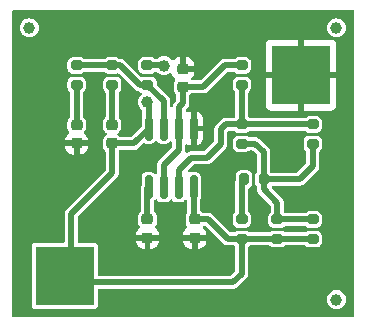
<source format=gbr>
%TF.GenerationSoftware,KiCad,Pcbnew,8.0.3*%
%TF.CreationDate,2025-04-22T23:10:12+03:00*%
%TF.ProjectId,mihai555,6d696861-6935-4353-952e-6b696361645f,rev?*%
%TF.SameCoordinates,Original*%
%TF.FileFunction,Copper,L1,Top*%
%TF.FilePolarity,Positive*%
%FSLAX46Y46*%
G04 Gerber Fmt 4.6, Leading zero omitted, Abs format (unit mm)*
G04 Created by KiCad (PCBNEW 8.0.3) date 2025-04-22 23:10:12*
%MOMM*%
%LPD*%
G01*
G04 APERTURE LIST*
G04 Aperture macros list*
%AMRoundRect*
0 Rectangle with rounded corners*
0 $1 Rounding radius*
0 $2 $3 $4 $5 $6 $7 $8 $9 X,Y pos of 4 corners*
0 Add a 4 corners polygon primitive as box body*
4,1,4,$2,$3,$4,$5,$6,$7,$8,$9,$2,$3,0*
0 Add four circle primitives for the rounded corners*
1,1,$1+$1,$2,$3*
1,1,$1+$1,$4,$5*
1,1,$1+$1,$6,$7*
1,1,$1+$1,$8,$9*
0 Add four rect primitives between the rounded corners*
20,1,$1+$1,$2,$3,$4,$5,0*
20,1,$1+$1,$4,$5,$6,$7,0*
20,1,$1+$1,$6,$7,$8,$9,0*
20,1,$1+$1,$8,$9,$2,$3,0*%
G04 Aperture macros list end*
%TA.AperFunction,SMDPad,CuDef*%
%ADD10RoundRect,0.200000X0.275000X-0.200000X0.275000X0.200000X-0.275000X0.200000X-0.275000X-0.200000X0*%
%TD*%
%TA.AperFunction,SMDPad,CuDef*%
%ADD11C,1.000000*%
%TD*%
%TA.AperFunction,SMDPad,CuDef*%
%ADD12RoundRect,0.200000X-0.275000X0.200000X-0.275000X-0.200000X0.275000X-0.200000X0.275000X0.200000X0*%
%TD*%
%TA.AperFunction,SMDPad,CuDef*%
%ADD13RoundRect,0.225000X0.250000X-0.225000X0.250000X0.225000X-0.250000X0.225000X-0.250000X-0.225000X0*%
%TD*%
%TA.AperFunction,SMDPad,CuDef*%
%ADD14R,5.000000X5.000000*%
%TD*%
%TA.AperFunction,SMDPad,CuDef*%
%ADD15RoundRect,0.150000X-0.150000X0.825000X-0.150000X-0.825000X0.150000X-0.825000X0.150000X0.825000X0*%
%TD*%
%TA.AperFunction,SMDPad,CuDef*%
%ADD16RoundRect,0.200000X-0.200000X-0.275000X0.200000X-0.275000X0.200000X0.275000X-0.200000X0.275000X0*%
%TD*%
%TA.AperFunction,SMDPad,CuDef*%
%ADD17RoundRect,0.218750X-0.256250X0.218750X-0.256250X-0.218750X0.256250X-0.218750X0.256250X0.218750X0*%
%TD*%
%TA.AperFunction,SMDPad,CuDef*%
%ADD18RoundRect,0.225000X-0.250000X0.225000X-0.250000X-0.225000X0.250000X-0.225000X0.250000X0.225000X0*%
%TD*%
%TA.AperFunction,SMDPad,CuDef*%
%ADD19RoundRect,0.218750X0.256250X-0.218750X0.256250X0.218750X-0.256250X0.218750X-0.256250X-0.218750X0*%
%TD*%
%TA.AperFunction,ViaPad*%
%ADD20C,1.000000*%
%TD*%
%TA.AperFunction,Conductor*%
%ADD21C,0.500000*%
%TD*%
G04 APERTURE END LIST*
D10*
%TO.P,R9,1*%
%TO.N,Net-(D2-K)*%
X54000000Y-78825000D03*
%TO.P,R9,2*%
%TO.N,/OUT*%
X54000000Y-77175000D03*
%TD*%
%TO.P,R2,1*%
%TO.N,+5V*%
X68000000Y-91875000D03*
%TO.P,R2,2*%
%TO.N,Net-(R1-Pad2)*%
X68000000Y-90225000D03*
%TD*%
D11*
%TO.P,REF\u002A\u002A,1*%
%TO.N,N/C*%
X73000000Y-74000000D03*
%TD*%
D10*
%TO.P,R5,1*%
%TO.N,Net-(R1-Pad2)*%
X71000000Y-83825000D03*
%TO.P,R5,2*%
%TO.N,/DISC*%
X71000000Y-82175000D03*
%TD*%
D12*
%TO.P,RL1,1*%
%TO.N,+5V*%
X57000000Y-77175000D03*
%TO.P,RL1,2*%
%TO.N,/OUT*%
X57000000Y-78825000D03*
%TD*%
D13*
%TO.P,C1,1*%
%TO.N,/TRIG*%
X60000000Y-79000000D03*
%TO.P,C1,2*%
%TO.N,GND*%
X60000000Y-77450000D03*
%TD*%
D10*
%TO.P,R6,1*%
%TO.N,Net-(R1-Pad2)*%
X65000000Y-83825000D03*
%TO.P,R6,2*%
%TO.N,/DISC*%
X65000000Y-82175000D03*
%TD*%
%TO.P,R7,1*%
%TO.N,/DISC*%
X65000000Y-78825000D03*
%TO.P,R7,2*%
%TO.N,/TRIG*%
X65000000Y-77175000D03*
%TD*%
D12*
%TO.P,R8,1*%
%TO.N,/OUT*%
X51000000Y-77175000D03*
%TO.P,R8,2*%
%TO.N,Net-(D1-A)*%
X51000000Y-78825000D03*
%TD*%
D10*
%TO.P,R1,1*%
%TO.N,+5V*%
X71000000Y-91875000D03*
%TO.P,R1,2*%
%TO.N,Net-(R1-Pad2)*%
X71000000Y-90225000D03*
%TD*%
D14*
%TO.P,REF\u002A\u002A,1*%
%TO.N,+5V*%
X50000000Y-95000000D03*
%TD*%
D15*
%TO.P,U1,1,GND*%
%TO.N,GND*%
X60905000Y-82525000D03*
%TO.P,U1,2,TR*%
%TO.N,/TRIG*%
X59635000Y-82525000D03*
%TO.P,U1,3,Q*%
%TO.N,/OUT*%
X58365000Y-82525000D03*
%TO.P,U1,4,R*%
%TO.N,+5V*%
X57095000Y-82525000D03*
%TO.P,U1,5,CV*%
%TO.N,Net-(U1-CV)*%
X57095000Y-87475000D03*
%TO.P,U1,6,THR*%
%TO.N,/TRIG*%
X58365000Y-87475000D03*
%TO.P,U1,7,DIS*%
%TO.N,/DISC*%
X59635000Y-87475000D03*
%TO.P,U1,8,VCC*%
%TO.N,+5V*%
X60905000Y-87475000D03*
%TD*%
D16*
%TO.P,R4,1*%
%TO.N,Net-(R3-Pad2)*%
X65175000Y-86825000D03*
%TO.P,R4,2*%
%TO.N,Net-(R1-Pad2)*%
X66825000Y-86825000D03*
%TD*%
D11*
%TO.P,REF\u002A\u002A,1*%
%TO.N,N/C*%
X47000000Y-74000000D03*
%TD*%
D14*
%TO.P,REF\u002A\u002A,1*%
%TO.N,GND*%
X70000000Y-78000000D03*
%TD*%
D17*
%TO.P,D2,1,K*%
%TO.N,Net-(D2-K)*%
X54000000Y-82212500D03*
%TO.P,D2,2,A*%
%TO.N,+5V*%
X54000000Y-83787500D03*
%TD*%
D18*
%TO.P,CC2,1*%
%TO.N,Net-(U1-CV)*%
X57000000Y-90225000D03*
%TO.P,CC2,2*%
%TO.N,GND*%
X57000000Y-91775000D03*
%TD*%
D10*
%TO.P,R3,1*%
%TO.N,+5V*%
X65000000Y-91875000D03*
%TO.P,R3,2*%
%TO.N,Net-(R3-Pad2)*%
X65000000Y-90225000D03*
%TD*%
D18*
%TO.P,CC1,1*%
%TO.N,+5V*%
X61000000Y-90225000D03*
%TO.P,CC1,2*%
%TO.N,GND*%
X61000000Y-91775000D03*
%TD*%
D11*
%TO.P,REF\u002A\u002A,1*%
%TO.N,N/C*%
X73000000Y-97000000D03*
%TD*%
D19*
%TO.P,D1,1,K*%
%TO.N,GND*%
X51000000Y-83787500D03*
%TO.P,D1,2,A*%
%TO.N,Net-(D1-A)*%
X51000000Y-82212500D03*
%TD*%
D20*
%TO.N,+5V*%
X58400000Y-77200000D03*
X57000000Y-80300000D03*
%TO.N,GND*%
X55500000Y-85500000D03*
X63000000Y-87500000D03*
X61500000Y-77400000D03*
X55500000Y-81000000D03*
X66500000Y-89000000D03*
X59000000Y-91800000D03*
X55300000Y-91800000D03*
X62600000Y-80300000D03*
X68700000Y-84000000D03*
%TD*%
D21*
%TO.N,Net-(R1-Pad2)*%
X68000000Y-88800000D02*
X66825000Y-87625000D01*
X68000000Y-90225000D02*
X68000000Y-88800000D01*
X66825000Y-87625000D02*
X66825000Y-86825000D01*
X71000000Y-85700000D02*
X71000000Y-83825000D01*
X69875000Y-86825000D02*
X71000000Y-85700000D01*
X66825000Y-86825000D02*
X69875000Y-86825000D01*
%TO.N,+5V*%
X54000000Y-86300000D02*
X54000000Y-83787500D01*
X50540000Y-89760000D02*
X54000000Y-86300000D01*
X50540000Y-95540000D02*
X50540000Y-89760000D01*
X64260000Y-95540000D02*
X50540000Y-95540000D01*
X60905000Y-87475000D02*
X60905000Y-90130000D01*
X61000000Y-90225000D02*
X62125000Y-90225000D01*
X62125000Y-90225000D02*
X63775000Y-91875000D01*
X63775000Y-91875000D02*
X65000000Y-91875000D01*
X57095000Y-80395000D02*
X57095000Y-82525000D01*
X57000000Y-77175000D02*
X58375000Y-77175000D01*
X50540000Y-95540000D02*
X50000000Y-95000000D01*
X57000000Y-80300000D02*
X57095000Y-80395000D01*
X58375000Y-77175000D02*
X58400000Y-77200000D01*
X60905000Y-90130000D02*
X61000000Y-90225000D01*
X65000000Y-91875000D02*
X71000000Y-91875000D01*
X54000000Y-83787500D02*
X55832500Y-83787500D01*
X55832500Y-83787500D02*
X57095000Y-82525000D01*
X65000000Y-91875000D02*
X65000000Y-94800000D01*
X65000000Y-94800000D02*
X64260000Y-95540000D01*
%TO.N,Net-(R1-Pad2)*%
X66125000Y-83825000D02*
X65000000Y-83825000D01*
X66825000Y-84525000D02*
X66125000Y-83825000D01*
X68000000Y-90225000D02*
X71000000Y-90225000D01*
X66825000Y-86825000D02*
X66825000Y-84525000D01*
%TO.N,Net-(R3-Pad2)*%
X65000000Y-87000000D02*
X65175000Y-86825000D01*
X65000000Y-90225000D02*
X65000000Y-87000000D01*
%TO.N,/DISC*%
X63625000Y-82175000D02*
X65000000Y-82175000D01*
X63200000Y-83800000D02*
X63200000Y-82600000D01*
X60700000Y-85000000D02*
X62000000Y-85000000D01*
X59635000Y-87475000D02*
X59635000Y-86065000D01*
X63200000Y-82600000D02*
X63625000Y-82175000D01*
X59635000Y-86065000D02*
X60700000Y-85000000D01*
X65000000Y-78825000D02*
X65000000Y-82175000D01*
X65000000Y-82175000D02*
X71000000Y-82175000D01*
X62000000Y-85000000D02*
X63200000Y-83800000D01*
%TO.N,/TRIG*%
X60000000Y-79000000D02*
X61700000Y-79000000D01*
X61700000Y-79000000D02*
X63525000Y-77175000D01*
X59635000Y-84365000D02*
X59635000Y-82525000D01*
X60000000Y-80400000D02*
X59700000Y-80700000D01*
X59700000Y-80700000D02*
X59700000Y-82460000D01*
X63525000Y-77175000D02*
X65000000Y-77175000D01*
X58365000Y-85635000D02*
X59635000Y-84365000D01*
X60000000Y-79000000D02*
X60000000Y-80400000D01*
X59700000Y-82460000D02*
X59635000Y-82525000D01*
X58365000Y-87475000D02*
X58365000Y-85635000D01*
%TO.N,Net-(D2-K)*%
X54000000Y-82212500D02*
X54000000Y-78825000D01*
%TO.N,/OUT*%
X58365000Y-82525000D02*
X58365000Y-80190000D01*
X56325000Y-78825000D02*
X57000000Y-78825000D01*
X51000000Y-77175000D02*
X54000000Y-77175000D01*
X54675000Y-77175000D02*
X56325000Y-78825000D01*
X54000000Y-77175000D02*
X54675000Y-77175000D01*
X58365000Y-80190000D02*
X57000000Y-78825000D01*
%TO.N,Net-(D1-A)*%
X51000000Y-82212500D02*
X51000000Y-78825000D01*
%TO.N,Net-(U1-CV)*%
X57000000Y-87570000D02*
X57095000Y-87475000D01*
X57000000Y-90225000D02*
X57000000Y-87570000D01*
%TD*%
%TA.AperFunction,Conductor*%
%TO.N,GND*%
G36*
X57817083Y-83572036D02*
G01*
X57829763Y-83586670D01*
X57892850Y-83672150D01*
X58002118Y-83752793D01*
X58044845Y-83767744D01*
X58130299Y-83797646D01*
X58160730Y-83800500D01*
X58160734Y-83800500D01*
X58569270Y-83800500D01*
X58599699Y-83797646D01*
X58599701Y-83797646D01*
X58663790Y-83775219D01*
X58727882Y-83752793D01*
X58837150Y-83672150D01*
X58860731Y-83640198D01*
X58916377Y-83597949D01*
X58986033Y-83592490D01*
X59047582Y-83625557D01*
X59081484Y-83686651D01*
X59084500Y-83713833D01*
X59084500Y-84085613D01*
X59064815Y-84152652D01*
X59048181Y-84173294D01*
X57924491Y-85296983D01*
X57924487Y-85296988D01*
X57900803Y-85338013D01*
X57900802Y-85338015D01*
X57852017Y-85422512D01*
X57852016Y-85422513D01*
X57847194Y-85440510D01*
X57814500Y-85562525D01*
X57814500Y-85562527D01*
X57814500Y-86286166D01*
X57794815Y-86353205D01*
X57742011Y-86398960D01*
X57672853Y-86408904D01*
X57609297Y-86379879D01*
X57590730Y-86359800D01*
X57567150Y-86327850D01*
X57457882Y-86247207D01*
X57457880Y-86247206D01*
X57329700Y-86202353D01*
X57299270Y-86199500D01*
X57299266Y-86199500D01*
X56890734Y-86199500D01*
X56890730Y-86199500D01*
X56860300Y-86202353D01*
X56860298Y-86202353D01*
X56732119Y-86247206D01*
X56732117Y-86247207D01*
X56622850Y-86327850D01*
X56542207Y-86437117D01*
X56542206Y-86437119D01*
X56497353Y-86565298D01*
X56497353Y-86565300D01*
X56494500Y-86595730D01*
X56494500Y-87314782D01*
X56487641Y-87349268D01*
X56489120Y-87349665D01*
X56487017Y-87357513D01*
X56487016Y-87357515D01*
X56449500Y-87497525D01*
X56449500Y-87497527D01*
X56449500Y-89506778D01*
X56429815Y-89573817D01*
X56400427Y-89605580D01*
X56374924Y-89624919D01*
X56374918Y-89624926D01*
X56287636Y-89740023D01*
X56234640Y-89874411D01*
X56229465Y-89917513D01*
X56224500Y-89958856D01*
X56224500Y-90491144D01*
X56229464Y-90532483D01*
X56234640Y-90575588D01*
X56287636Y-90709976D01*
X56346390Y-90787454D01*
X56371213Y-90852765D01*
X56356785Y-90921129D01*
X56312688Y-90967914D01*
X56297273Y-90977422D01*
X56297267Y-90977427D01*
X56177427Y-91097267D01*
X56177424Y-91097271D01*
X56088457Y-91241507D01*
X56088452Y-91241518D01*
X56035144Y-91402393D01*
X56025000Y-91501677D01*
X56025000Y-91525000D01*
X57974999Y-91525000D01*
X57974999Y-91501692D01*
X57974998Y-91501677D01*
X57964855Y-91402392D01*
X57911547Y-91241518D01*
X57911542Y-91241507D01*
X57822575Y-91097271D01*
X57822572Y-91097267D01*
X57702731Y-90977426D01*
X57687314Y-90967917D01*
X57640590Y-90915969D01*
X57629369Y-90847006D01*
X57653606Y-90787457D01*
X57712364Y-90709975D01*
X57765359Y-90575590D01*
X57775500Y-90491144D01*
X57775500Y-89958856D01*
X57765359Y-89874410D01*
X57712364Y-89740025D01*
X57712363Y-89740024D01*
X57712363Y-89740023D01*
X57625081Y-89624926D01*
X57625075Y-89624919D01*
X57599573Y-89605580D01*
X57558051Y-89549387D01*
X57550500Y-89506778D01*
X57550500Y-88685513D01*
X57570185Y-88618474D01*
X57574721Y-88611891D01*
X57630231Y-88536677D01*
X57685877Y-88494428D01*
X57755533Y-88488969D01*
X57817082Y-88522036D01*
X57829763Y-88536670D01*
X57892850Y-88622150D01*
X58002118Y-88702793D01*
X58044845Y-88717744D01*
X58130299Y-88747646D01*
X58160730Y-88750500D01*
X58160734Y-88750500D01*
X58569270Y-88750500D01*
X58599699Y-88747646D01*
X58599701Y-88747646D01*
X58663790Y-88725219D01*
X58727882Y-88702793D01*
X58837150Y-88622150D01*
X58900231Y-88536677D01*
X58955877Y-88494428D01*
X59025533Y-88488969D01*
X59087083Y-88522036D01*
X59099763Y-88536670D01*
X59162850Y-88622150D01*
X59272118Y-88702793D01*
X59314845Y-88717744D01*
X59400299Y-88747646D01*
X59430730Y-88750500D01*
X59430734Y-88750500D01*
X59839270Y-88750500D01*
X59869699Y-88747646D01*
X59869701Y-88747646D01*
X59933790Y-88725219D01*
X59997882Y-88702793D01*
X60107150Y-88622150D01*
X60130731Y-88590198D01*
X60186377Y-88547949D01*
X60256033Y-88542490D01*
X60317582Y-88575557D01*
X60351484Y-88636651D01*
X60354500Y-88663833D01*
X60354500Y-89610152D01*
X60334815Y-89677191D01*
X60329304Y-89685077D01*
X60287636Y-89740023D01*
X60234640Y-89874411D01*
X60229465Y-89917513D01*
X60224500Y-89958856D01*
X60224500Y-90491144D01*
X60229464Y-90532483D01*
X60234640Y-90575588D01*
X60287636Y-90709976D01*
X60346390Y-90787454D01*
X60371213Y-90852765D01*
X60356785Y-90921129D01*
X60312688Y-90967914D01*
X60297273Y-90977422D01*
X60297267Y-90977427D01*
X60177427Y-91097267D01*
X60177424Y-91097271D01*
X60088457Y-91241507D01*
X60088452Y-91241518D01*
X60035144Y-91402393D01*
X60025000Y-91501677D01*
X60025000Y-91525000D01*
X61974999Y-91525000D01*
X61974999Y-91501692D01*
X61974998Y-91501677D01*
X61964855Y-91402392D01*
X61911547Y-91241518D01*
X61911542Y-91241507D01*
X61822575Y-91097271D01*
X61822572Y-91097267D01*
X61712486Y-90987181D01*
X61679001Y-90925858D01*
X61683985Y-90856166D01*
X61725857Y-90800233D01*
X61791321Y-90775816D01*
X61800167Y-90775500D01*
X61845613Y-90775500D01*
X61912652Y-90795185D01*
X61933294Y-90811819D01*
X63436985Y-92315510D01*
X63562515Y-92387984D01*
X63702525Y-92425500D01*
X64316770Y-92425500D01*
X64383809Y-92445185D01*
X64391067Y-92450222D01*
X64399804Y-92456763D01*
X64441678Y-92512690D01*
X64449500Y-92556034D01*
X64449500Y-94520613D01*
X64429815Y-94587652D01*
X64413181Y-94608294D01*
X64068294Y-94953181D01*
X64006971Y-94986666D01*
X63980613Y-94989500D01*
X52924499Y-94989500D01*
X52857460Y-94969815D01*
X52811705Y-94917011D01*
X52800499Y-94865500D01*
X52800499Y-92455143D01*
X52800499Y-92455136D01*
X52800220Y-92452728D01*
X52797586Y-92430012D01*
X52797585Y-92430010D01*
X52797585Y-92430009D01*
X52752206Y-92327235D01*
X52672765Y-92247794D01*
X52672763Y-92247793D01*
X52569992Y-92202415D01*
X52544868Y-92199500D01*
X52544865Y-92199500D01*
X51214500Y-92199500D01*
X51147461Y-92179815D01*
X51101706Y-92127011D01*
X51090500Y-92075500D01*
X51090500Y-92048322D01*
X56025001Y-92048322D01*
X56035144Y-92147607D01*
X56088452Y-92308481D01*
X56088457Y-92308492D01*
X56177424Y-92452728D01*
X56177427Y-92452732D01*
X56297267Y-92572572D01*
X56297271Y-92572575D01*
X56441507Y-92661542D01*
X56441518Y-92661547D01*
X56602393Y-92714855D01*
X56701683Y-92724999D01*
X57250000Y-92724999D01*
X57298308Y-92724999D01*
X57298322Y-92724998D01*
X57397607Y-92714855D01*
X57558481Y-92661547D01*
X57558492Y-92661542D01*
X57702728Y-92572575D01*
X57702732Y-92572572D01*
X57822572Y-92452732D01*
X57822575Y-92452728D01*
X57911542Y-92308492D01*
X57911547Y-92308481D01*
X57964855Y-92147606D01*
X57974999Y-92048322D01*
X60025001Y-92048322D01*
X60035144Y-92147607D01*
X60088452Y-92308481D01*
X60088457Y-92308492D01*
X60177424Y-92452728D01*
X60177427Y-92452732D01*
X60297267Y-92572572D01*
X60297271Y-92572575D01*
X60441507Y-92661542D01*
X60441518Y-92661547D01*
X60602393Y-92714855D01*
X60701683Y-92724999D01*
X61250000Y-92724999D01*
X61298308Y-92724999D01*
X61298322Y-92724998D01*
X61397607Y-92714855D01*
X61558481Y-92661547D01*
X61558492Y-92661542D01*
X61702728Y-92572575D01*
X61702732Y-92572572D01*
X61822572Y-92452732D01*
X61822575Y-92452728D01*
X61911542Y-92308492D01*
X61911547Y-92308481D01*
X61964855Y-92147606D01*
X61974999Y-92048322D01*
X61975000Y-92048309D01*
X61975000Y-92025000D01*
X61250000Y-92025000D01*
X61250000Y-92724999D01*
X60701683Y-92724999D01*
X60749999Y-92724998D01*
X60750000Y-92724998D01*
X60750000Y-92025000D01*
X60025001Y-92025000D01*
X60025001Y-92048322D01*
X57974999Y-92048322D01*
X57975000Y-92048309D01*
X57975000Y-92025000D01*
X57250000Y-92025000D01*
X57250000Y-92724999D01*
X56701683Y-92724999D01*
X56749999Y-92724998D01*
X56750000Y-92724998D01*
X56750000Y-92025000D01*
X56025001Y-92025000D01*
X56025001Y-92048322D01*
X51090500Y-92048322D01*
X51090500Y-90039387D01*
X51110185Y-89972348D01*
X51126819Y-89951706D01*
X52724259Y-88354266D01*
X54440510Y-86638015D01*
X54512984Y-86512485D01*
X54519808Y-86487016D01*
X54550500Y-86372475D01*
X54550500Y-84496366D01*
X54570185Y-84429327D01*
X54599572Y-84397564D01*
X54626867Y-84376867D01*
X54626870Y-84376862D01*
X54629415Y-84374319D01*
X54632313Y-84372736D01*
X54633626Y-84371741D01*
X54633775Y-84371938D01*
X54690738Y-84340834D01*
X54717096Y-84338000D01*
X55904972Y-84338000D01*
X55904974Y-84338000D01*
X55904975Y-84338000D01*
X56044985Y-84300484D01*
X56102408Y-84267331D01*
X56170515Y-84228010D01*
X56613032Y-83785491D01*
X56674353Y-83752008D01*
X56741662Y-83756132D01*
X56860301Y-83797646D01*
X56860300Y-83797646D01*
X56890730Y-83800500D01*
X56890734Y-83800500D01*
X57299270Y-83800500D01*
X57329699Y-83797646D01*
X57329701Y-83797646D01*
X57393790Y-83775219D01*
X57457882Y-83752793D01*
X57567150Y-83672150D01*
X57630231Y-83586677D01*
X57685877Y-83544428D01*
X57755533Y-83538969D01*
X57817083Y-83572036D01*
G37*
%TD.AperFunction*%
%TA.AperFunction,Conductor*%
G36*
X74442539Y-72520185D02*
G01*
X74488294Y-72572989D01*
X74499500Y-72624500D01*
X74499500Y-98375500D01*
X74479815Y-98442539D01*
X74427011Y-98488294D01*
X74375500Y-98499500D01*
X45624500Y-98499500D01*
X45557461Y-98479815D01*
X45511706Y-98427011D01*
X45500500Y-98375500D01*
X45500500Y-92455131D01*
X47199500Y-92455131D01*
X47199500Y-97544856D01*
X47199502Y-97544882D01*
X47202413Y-97569987D01*
X47202415Y-97569991D01*
X47247793Y-97672764D01*
X47247794Y-97672765D01*
X47327235Y-97752206D01*
X47430009Y-97797585D01*
X47455135Y-97800500D01*
X52544864Y-97800499D01*
X52544879Y-97800497D01*
X52544882Y-97800497D01*
X52569987Y-97797586D01*
X52569988Y-97797585D01*
X52569991Y-97797585D01*
X52672765Y-97752206D01*
X52752206Y-97672765D01*
X52797585Y-97569991D01*
X52800500Y-97544865D01*
X52800500Y-96999996D01*
X72194435Y-96999996D01*
X72194435Y-97000003D01*
X72214630Y-97179249D01*
X72214631Y-97179254D01*
X72274211Y-97349523D01*
X72370184Y-97502262D01*
X72497738Y-97629816D01*
X72650478Y-97725789D01*
X72820745Y-97785368D01*
X72820750Y-97785369D01*
X72999996Y-97805565D01*
X73000000Y-97805565D01*
X73000004Y-97805565D01*
X73179249Y-97785369D01*
X73179252Y-97785368D01*
X73179255Y-97785368D01*
X73349522Y-97725789D01*
X73502262Y-97629816D01*
X73629816Y-97502262D01*
X73725789Y-97349522D01*
X73785368Y-97179255D01*
X73805565Y-97000000D01*
X73785368Y-96820745D01*
X73725789Y-96650478D01*
X73629816Y-96497738D01*
X73502262Y-96370184D01*
X73349523Y-96274211D01*
X73179254Y-96214631D01*
X73179249Y-96214630D01*
X73000004Y-96194435D01*
X72999996Y-96194435D01*
X72820750Y-96214630D01*
X72820745Y-96214631D01*
X72650476Y-96274211D01*
X72497737Y-96370184D01*
X72370184Y-96497737D01*
X72274211Y-96650476D01*
X72214631Y-96820745D01*
X72214630Y-96820750D01*
X72194435Y-96999996D01*
X52800500Y-96999996D01*
X52800500Y-96214500D01*
X52820185Y-96147461D01*
X52872989Y-96101706D01*
X52924500Y-96090500D01*
X64332472Y-96090500D01*
X64332474Y-96090500D01*
X64332475Y-96090500D01*
X64472485Y-96052984D01*
X64598015Y-95980510D01*
X65440510Y-95138015D01*
X65512984Y-95012485D01*
X65550500Y-94872474D01*
X65550500Y-94727526D01*
X65550500Y-92556034D01*
X65570185Y-92488995D01*
X65600193Y-92456764D01*
X65608928Y-92450225D01*
X65674395Y-92425815D01*
X65683230Y-92425500D01*
X67316769Y-92425500D01*
X67383808Y-92445185D01*
X67391080Y-92450233D01*
X67442860Y-92488995D01*
X67474512Y-92512690D01*
X67482668Y-92518795D01*
X67482671Y-92518797D01*
X67527618Y-92535561D01*
X67617517Y-92569091D01*
X67677127Y-92575500D01*
X68322872Y-92575499D01*
X68382483Y-92569091D01*
X68517331Y-92518796D01*
X68575819Y-92475011D01*
X68608920Y-92450233D01*
X68674385Y-92425816D01*
X68683231Y-92425500D01*
X70316769Y-92425500D01*
X70383808Y-92445185D01*
X70391080Y-92450233D01*
X70442860Y-92488995D01*
X70474512Y-92512690D01*
X70482668Y-92518795D01*
X70482671Y-92518797D01*
X70527618Y-92535561D01*
X70617517Y-92569091D01*
X70677127Y-92575500D01*
X71322872Y-92575499D01*
X71382483Y-92569091D01*
X71517331Y-92518796D01*
X71632546Y-92432546D01*
X71718796Y-92317331D01*
X71769091Y-92182483D01*
X71775500Y-92122873D01*
X71775499Y-91627128D01*
X71769091Y-91567517D01*
X71753233Y-91525000D01*
X71718797Y-91432671D01*
X71718793Y-91432664D01*
X71632547Y-91317455D01*
X71632544Y-91317452D01*
X71517335Y-91231206D01*
X71517328Y-91231202D01*
X71382486Y-91180910D01*
X71382485Y-91180909D01*
X71382483Y-91180909D01*
X71322873Y-91174500D01*
X71322863Y-91174500D01*
X70677129Y-91174500D01*
X70677123Y-91174501D01*
X70617516Y-91180908D01*
X70482671Y-91231202D01*
X70482668Y-91231204D01*
X70391080Y-91299767D01*
X70325615Y-91324184D01*
X70316769Y-91324500D01*
X68683231Y-91324500D01*
X68616192Y-91304815D01*
X68608920Y-91299767D01*
X68517331Y-91231204D01*
X68517328Y-91231202D01*
X68382486Y-91180910D01*
X68382485Y-91180909D01*
X68382483Y-91180909D01*
X68322873Y-91174500D01*
X68322863Y-91174500D01*
X67677129Y-91174500D01*
X67677123Y-91174501D01*
X67617516Y-91180908D01*
X67482671Y-91231202D01*
X67482668Y-91231204D01*
X67391080Y-91299767D01*
X67325615Y-91324184D01*
X67316769Y-91324500D01*
X65683231Y-91324500D01*
X65616192Y-91304815D01*
X65608920Y-91299767D01*
X65517331Y-91231204D01*
X65517328Y-91231202D01*
X65382486Y-91180910D01*
X65382485Y-91180909D01*
X65382483Y-91180909D01*
X65322873Y-91174500D01*
X65322863Y-91174500D01*
X64677129Y-91174500D01*
X64677123Y-91174501D01*
X64617516Y-91180908D01*
X64482671Y-91231202D01*
X64482668Y-91231204D01*
X64391080Y-91299767D01*
X64325615Y-91324184D01*
X64316769Y-91324500D01*
X64054387Y-91324500D01*
X63987348Y-91304815D01*
X63966706Y-91288181D01*
X62655652Y-89977127D01*
X64224500Y-89977127D01*
X64224500Y-89977134D01*
X64224500Y-89977135D01*
X64224500Y-90472870D01*
X64224501Y-90472876D01*
X64230908Y-90532483D01*
X64281202Y-90667328D01*
X64281206Y-90667335D01*
X64367452Y-90782544D01*
X64367455Y-90782547D01*
X64482664Y-90868793D01*
X64482671Y-90868797D01*
X64527618Y-90885561D01*
X64617517Y-90919091D01*
X64677127Y-90925500D01*
X65322872Y-90925499D01*
X65382483Y-90919091D01*
X65517331Y-90868796D01*
X65632546Y-90782546D01*
X65718796Y-90667331D01*
X65769091Y-90532483D01*
X65775500Y-90472873D01*
X65775499Y-89977128D01*
X65769091Y-89917517D01*
X65718796Y-89782669D01*
X65718795Y-89782668D01*
X65718793Y-89782664D01*
X65647571Y-89687525D01*
X65632546Y-89667454D01*
X65632544Y-89667452D01*
X65632542Y-89667450D01*
X65600188Y-89643230D01*
X65558318Y-89587296D01*
X65550500Y-89543964D01*
X65550500Y-87653861D01*
X65570185Y-87586822D01*
X65610418Y-87549362D01*
X65610231Y-87549112D01*
X65612565Y-87547364D01*
X65615076Y-87545027D01*
X65617323Y-87543798D01*
X65617331Y-87543796D01*
X65732546Y-87457546D01*
X65818796Y-87342331D01*
X65869091Y-87207483D01*
X65875500Y-87147873D01*
X65875499Y-86502128D01*
X65869091Y-86442517D01*
X65867077Y-86437118D01*
X65818797Y-86307671D01*
X65818793Y-86307664D01*
X65732547Y-86192455D01*
X65732544Y-86192452D01*
X65617335Y-86106206D01*
X65617328Y-86106202D01*
X65482486Y-86055910D01*
X65482485Y-86055909D01*
X65482483Y-86055909D01*
X65422873Y-86049500D01*
X65422863Y-86049500D01*
X64927129Y-86049500D01*
X64927123Y-86049501D01*
X64867516Y-86055908D01*
X64732671Y-86106202D01*
X64732664Y-86106206D01*
X64617455Y-86192452D01*
X64617452Y-86192455D01*
X64531206Y-86307664D01*
X64531202Y-86307671D01*
X64480908Y-86442517D01*
X64476124Y-86487021D01*
X64474501Y-86502123D01*
X64474500Y-86502135D01*
X64474500Y-86817897D01*
X64470275Y-86849989D01*
X64449500Y-86927523D01*
X64449500Y-89543964D01*
X64429815Y-89611003D01*
X64399812Y-89643230D01*
X64367457Y-89667450D01*
X64367451Y-89667457D01*
X64281206Y-89782664D01*
X64281202Y-89782671D01*
X64246986Y-89874411D01*
X64230909Y-89917517D01*
X64224500Y-89977127D01*
X62655652Y-89977127D01*
X62463016Y-89784491D01*
X62463015Y-89784490D01*
X62337485Y-89712016D01*
X62337486Y-89712016D01*
X62302482Y-89702637D01*
X62197475Y-89674500D01*
X62197472Y-89674500D01*
X61724263Y-89674500D01*
X61657224Y-89654815D01*
X61631227Y-89630761D01*
X61631072Y-89630917D01*
X61627080Y-89626925D01*
X61625460Y-89625426D01*
X61625078Y-89624922D01*
X61575454Y-89587291D01*
X61504575Y-89533541D01*
X61463051Y-89477348D01*
X61455500Y-89434737D01*
X61455500Y-88540503D01*
X61462459Y-88499548D01*
X61502645Y-88384701D01*
X61502646Y-88384699D01*
X61505500Y-88354269D01*
X61505500Y-86595730D01*
X61502646Y-86565300D01*
X61502646Y-86565298D01*
X61459682Y-86442516D01*
X61457793Y-86437118D01*
X61377150Y-86327850D01*
X61267882Y-86247207D01*
X61267880Y-86247206D01*
X61139700Y-86202353D01*
X61109270Y-86199500D01*
X61109266Y-86199500D01*
X60700734Y-86199500D01*
X60700730Y-86199500D01*
X60670302Y-86202353D01*
X60576817Y-86235065D01*
X60507039Y-86238626D01*
X60446411Y-86203897D01*
X60414184Y-86141904D01*
X60420589Y-86072328D01*
X60448180Y-86030344D01*
X60891706Y-85586819D01*
X60953029Y-85553334D01*
X60979387Y-85550500D01*
X62072472Y-85550500D01*
X62072474Y-85550500D01*
X62072475Y-85550500D01*
X62212485Y-85512984D01*
X62338015Y-85440510D01*
X63640510Y-84138015D01*
X63712984Y-84012485D01*
X63736562Y-83924490D01*
X63750500Y-83872475D01*
X63750500Y-83577127D01*
X64224500Y-83577127D01*
X64224500Y-83577134D01*
X64224500Y-83577135D01*
X64224500Y-84072870D01*
X64224501Y-84072876D01*
X64230908Y-84132483D01*
X64281202Y-84267328D01*
X64281206Y-84267335D01*
X64367452Y-84382544D01*
X64367455Y-84382547D01*
X64482664Y-84468793D01*
X64482671Y-84468797D01*
X64527618Y-84485561D01*
X64617517Y-84519091D01*
X64677127Y-84525500D01*
X65322872Y-84525499D01*
X65382483Y-84519091D01*
X65517331Y-84468796D01*
X65591623Y-84413181D01*
X65608920Y-84400233D01*
X65674385Y-84375816D01*
X65683231Y-84375500D01*
X65845613Y-84375500D01*
X65912652Y-84395185D01*
X65933294Y-84411819D01*
X66238181Y-84716705D01*
X66271666Y-84778028D01*
X66274500Y-84804386D01*
X66274500Y-86141769D01*
X66254815Y-86208808D01*
X66249767Y-86216080D01*
X66181204Y-86307668D01*
X66181202Y-86307671D01*
X66132922Y-86437119D01*
X66130909Y-86442517D01*
X66124500Y-86502127D01*
X66124500Y-86502134D01*
X66124500Y-86502135D01*
X66124500Y-87147870D01*
X66124501Y-87147876D01*
X66130908Y-87207483D01*
X66181202Y-87342328D01*
X66181203Y-87342330D01*
X66249767Y-87433919D01*
X66274184Y-87499383D01*
X66274500Y-87508230D01*
X66274500Y-87552526D01*
X66274500Y-87697474D01*
X66312016Y-87837485D01*
X66384489Y-87963013D01*
X66384491Y-87963016D01*
X67413181Y-88991706D01*
X67446666Y-89053029D01*
X67449500Y-89079387D01*
X67449500Y-89543964D01*
X67429815Y-89611003D01*
X67399812Y-89643230D01*
X67367457Y-89667450D01*
X67367451Y-89667457D01*
X67281206Y-89782664D01*
X67281202Y-89782671D01*
X67246986Y-89874411D01*
X67230909Y-89917517D01*
X67224500Y-89977127D01*
X67224500Y-89977134D01*
X67224500Y-89977135D01*
X67224500Y-90472870D01*
X67224501Y-90472876D01*
X67230908Y-90532483D01*
X67281202Y-90667328D01*
X67281206Y-90667335D01*
X67367452Y-90782544D01*
X67367455Y-90782547D01*
X67482664Y-90868793D01*
X67482671Y-90868797D01*
X67527618Y-90885561D01*
X67617517Y-90919091D01*
X67677127Y-90925500D01*
X68322872Y-90925499D01*
X68382483Y-90919091D01*
X68517331Y-90868796D01*
X68575819Y-90825011D01*
X68608920Y-90800233D01*
X68674385Y-90775816D01*
X68683231Y-90775500D01*
X70316769Y-90775500D01*
X70383808Y-90795185D01*
X70391080Y-90800233D01*
X70482668Y-90868795D01*
X70482671Y-90868797D01*
X70527618Y-90885561D01*
X70617517Y-90919091D01*
X70677127Y-90925500D01*
X71322872Y-90925499D01*
X71382483Y-90919091D01*
X71517331Y-90868796D01*
X71632546Y-90782546D01*
X71718796Y-90667331D01*
X71769091Y-90532483D01*
X71775500Y-90472873D01*
X71775499Y-89977128D01*
X71769091Y-89917517D01*
X71718796Y-89782669D01*
X71718795Y-89782668D01*
X71718793Y-89782664D01*
X71632547Y-89667455D01*
X71632544Y-89667452D01*
X71517335Y-89581206D01*
X71517328Y-89581202D01*
X71382486Y-89530910D01*
X71382485Y-89530909D01*
X71382483Y-89530909D01*
X71322873Y-89524500D01*
X71322863Y-89524500D01*
X70677129Y-89524500D01*
X70677123Y-89524501D01*
X70617516Y-89530908D01*
X70482671Y-89581202D01*
X70482668Y-89581204D01*
X70391080Y-89649767D01*
X70325615Y-89674184D01*
X70316769Y-89674500D01*
X68683230Y-89674500D01*
X68616191Y-89654815D01*
X68608914Y-89649763D01*
X68600184Y-89643227D01*
X68558316Y-89587291D01*
X68550500Y-89543964D01*
X68550500Y-88727527D01*
X68550500Y-88727525D01*
X68512984Y-88587515D01*
X68440510Y-88461985D01*
X67565706Y-87587181D01*
X67532221Y-87525858D01*
X67537205Y-87456166D01*
X67579077Y-87400233D01*
X67644541Y-87375816D01*
X67653387Y-87375500D01*
X69947472Y-87375500D01*
X69947474Y-87375500D01*
X69947475Y-87375500D01*
X70087485Y-87337984D01*
X70213015Y-87265510D01*
X71440510Y-86038015D01*
X71512984Y-85912485D01*
X71526237Y-85863025D01*
X71529054Y-85852514D01*
X71536903Y-85823217D01*
X71550500Y-85772475D01*
X71550500Y-84506034D01*
X71570185Y-84438995D01*
X71600185Y-84406770D01*
X71632546Y-84382546D01*
X71718796Y-84267331D01*
X71769091Y-84132483D01*
X71775500Y-84072873D01*
X71775499Y-83577128D01*
X71769091Y-83517517D01*
X71744839Y-83452495D01*
X71718797Y-83382671D01*
X71718793Y-83382664D01*
X71632547Y-83267455D01*
X71632544Y-83267452D01*
X71517335Y-83181206D01*
X71517328Y-83181202D01*
X71382486Y-83130910D01*
X71382485Y-83130909D01*
X71382483Y-83130909D01*
X71322873Y-83124500D01*
X71322863Y-83124500D01*
X70677129Y-83124500D01*
X70677123Y-83124501D01*
X70617516Y-83130908D01*
X70482671Y-83181202D01*
X70482664Y-83181206D01*
X70367455Y-83267452D01*
X70367452Y-83267455D01*
X70281206Y-83382664D01*
X70281202Y-83382671D01*
X70230910Y-83517513D01*
X70230909Y-83517517D01*
X70224500Y-83577127D01*
X70224500Y-83577134D01*
X70224500Y-83577135D01*
X70224500Y-84072870D01*
X70224501Y-84072876D01*
X70230908Y-84132483D01*
X70281202Y-84267328D01*
X70281203Y-84267329D01*
X70281204Y-84267331D01*
X70367452Y-84382543D01*
X70367451Y-84382543D01*
X70367452Y-84382544D01*
X70367454Y-84382546D01*
X70399812Y-84406769D01*
X70441681Y-84462700D01*
X70449500Y-84506034D01*
X70449500Y-85420613D01*
X70429815Y-85487652D01*
X70413181Y-85508294D01*
X69683294Y-86238181D01*
X69621971Y-86271666D01*
X69595613Y-86274500D01*
X67506035Y-86274500D01*
X67438996Y-86254815D01*
X67406763Y-86224804D01*
X67400228Y-86216073D01*
X67375815Y-86150606D01*
X67375500Y-86141769D01*
X67375500Y-84452527D01*
X67375500Y-84452525D01*
X67337984Y-84312515D01*
X67337728Y-84312072D01*
X67265511Y-84186988D01*
X67265506Y-84186982D01*
X67163015Y-84084491D01*
X66463016Y-83384491D01*
X66463011Y-83384487D01*
X66337490Y-83312018D01*
X66337486Y-83312016D01*
X66337485Y-83312016D01*
X66337270Y-83311958D01*
X66336942Y-83311870D01*
X66336933Y-83311868D01*
X66197475Y-83274500D01*
X66197472Y-83274500D01*
X65683231Y-83274500D01*
X65616192Y-83254815D01*
X65608920Y-83249767D01*
X65517331Y-83181204D01*
X65517328Y-83181202D01*
X65382486Y-83130910D01*
X65382485Y-83130909D01*
X65382483Y-83130909D01*
X65322873Y-83124500D01*
X65322863Y-83124500D01*
X64677129Y-83124500D01*
X64677123Y-83124501D01*
X64617516Y-83130908D01*
X64482671Y-83181202D01*
X64482664Y-83181206D01*
X64367455Y-83267452D01*
X64367452Y-83267455D01*
X64281206Y-83382664D01*
X64281202Y-83382671D01*
X64230910Y-83517513D01*
X64230909Y-83517517D01*
X64224500Y-83577127D01*
X63750500Y-83577127D01*
X63750500Y-82879387D01*
X63770185Y-82812348D01*
X63786819Y-82791706D01*
X63816706Y-82761819D01*
X63878029Y-82728334D01*
X63904387Y-82725500D01*
X64316769Y-82725500D01*
X64383808Y-82745185D01*
X64391080Y-82750233D01*
X64482668Y-82818795D01*
X64482671Y-82818797D01*
X64507413Y-82828025D01*
X64617517Y-82869091D01*
X64677127Y-82875500D01*
X65322872Y-82875499D01*
X65382483Y-82869091D01*
X65517331Y-82818796D01*
X65575835Y-82775000D01*
X65608920Y-82750233D01*
X65674385Y-82725816D01*
X65683231Y-82725500D01*
X70316769Y-82725500D01*
X70383808Y-82745185D01*
X70391080Y-82750233D01*
X70482668Y-82818795D01*
X70482671Y-82818797D01*
X70507413Y-82828025D01*
X70617517Y-82869091D01*
X70677127Y-82875500D01*
X71322872Y-82875499D01*
X71382483Y-82869091D01*
X71517331Y-82818796D01*
X71632546Y-82732546D01*
X71718796Y-82617331D01*
X71769091Y-82482483D01*
X71775500Y-82422873D01*
X71775499Y-81927128D01*
X71769091Y-81867517D01*
X71718796Y-81732669D01*
X71718795Y-81732668D01*
X71718793Y-81732664D01*
X71632547Y-81617455D01*
X71632544Y-81617452D01*
X71517335Y-81531206D01*
X71517328Y-81531202D01*
X71382486Y-81480910D01*
X71382485Y-81480909D01*
X71382483Y-81480909D01*
X71322873Y-81474500D01*
X71322863Y-81474500D01*
X70677129Y-81474500D01*
X70677123Y-81474501D01*
X70617516Y-81480908D01*
X70482671Y-81531202D01*
X70482668Y-81531204D01*
X70391080Y-81599767D01*
X70325615Y-81624184D01*
X70316769Y-81624500D01*
X65683230Y-81624500D01*
X65616191Y-81604815D01*
X65608914Y-81599763D01*
X65600184Y-81593227D01*
X65558316Y-81537291D01*
X65550500Y-81493964D01*
X65550500Y-80547844D01*
X67000000Y-80547844D01*
X67006401Y-80607372D01*
X67006403Y-80607379D01*
X67056645Y-80742086D01*
X67056649Y-80742093D01*
X67142809Y-80857187D01*
X67142812Y-80857190D01*
X67257906Y-80943350D01*
X67257913Y-80943354D01*
X67392620Y-80993596D01*
X67392627Y-80993598D01*
X67452155Y-80999999D01*
X67452172Y-81000000D01*
X69750000Y-81000000D01*
X70250000Y-81000000D01*
X72547828Y-81000000D01*
X72547844Y-80999999D01*
X72607372Y-80993598D01*
X72607379Y-80993596D01*
X72742086Y-80943354D01*
X72742093Y-80943350D01*
X72857187Y-80857190D01*
X72857190Y-80857187D01*
X72943350Y-80742093D01*
X72943354Y-80742086D01*
X72993596Y-80607379D01*
X72993598Y-80607372D01*
X72999999Y-80547844D01*
X73000000Y-80547827D01*
X73000000Y-78250000D01*
X70250000Y-78250000D01*
X70250000Y-81000000D01*
X69750000Y-81000000D01*
X69750000Y-78250000D01*
X67000000Y-78250000D01*
X67000000Y-80547844D01*
X65550500Y-80547844D01*
X65550500Y-79506034D01*
X65570185Y-79438995D01*
X65600185Y-79406770D01*
X65632546Y-79382546D01*
X65718796Y-79267331D01*
X65769091Y-79132483D01*
X65775500Y-79072873D01*
X65775499Y-78577128D01*
X65769091Y-78517517D01*
X65743722Y-78449500D01*
X65718797Y-78382671D01*
X65718793Y-78382664D01*
X65632547Y-78267455D01*
X65632544Y-78267452D01*
X65517335Y-78181206D01*
X65517328Y-78181202D01*
X65382486Y-78130910D01*
X65382485Y-78130909D01*
X65382483Y-78130909D01*
X65322873Y-78124500D01*
X65322863Y-78124500D01*
X64677129Y-78124500D01*
X64677123Y-78124501D01*
X64617516Y-78130908D01*
X64482671Y-78181202D01*
X64482664Y-78181206D01*
X64367455Y-78267452D01*
X64367452Y-78267455D01*
X64281206Y-78382664D01*
X64281202Y-78382671D01*
X64231839Y-78515023D01*
X64230909Y-78517517D01*
X64224500Y-78577127D01*
X64224500Y-78577134D01*
X64224500Y-78577135D01*
X64224500Y-79072870D01*
X64224501Y-79072876D01*
X64230908Y-79132483D01*
X64281202Y-79267328D01*
X64281203Y-79267329D01*
X64281204Y-79267331D01*
X64367452Y-79382543D01*
X64367451Y-79382543D01*
X64367452Y-79382544D01*
X64367454Y-79382546D01*
X64399812Y-79406769D01*
X64441681Y-79462700D01*
X64449500Y-79506034D01*
X64449500Y-81493964D01*
X64429815Y-81561003D01*
X64399816Y-81593227D01*
X64391086Y-81599763D01*
X64325623Y-81624184D01*
X64316770Y-81624500D01*
X63552525Y-81624500D01*
X63535779Y-81628987D01*
X63473280Y-81645733D01*
X63473280Y-81645734D01*
X63412515Y-81662016D01*
X63412513Y-81662016D01*
X63412513Y-81662017D01*
X63286986Y-81734489D01*
X63286983Y-81734491D01*
X62759489Y-82261985D01*
X62730318Y-82312514D01*
X62730317Y-82312515D01*
X62687017Y-82387512D01*
X62687016Y-82387513D01*
X62668258Y-82457520D01*
X62649500Y-82527525D01*
X62649500Y-82527527D01*
X62649500Y-83520613D01*
X62629815Y-83587652D01*
X62613181Y-83608294D01*
X61808294Y-84413181D01*
X61746971Y-84446666D01*
X61720613Y-84449500D01*
X60627525Y-84449500D01*
X60522517Y-84477637D01*
X60487514Y-84487016D01*
X60371355Y-84554080D01*
X60303455Y-84570551D01*
X60237428Y-84547699D01*
X60194238Y-84492777D01*
X60188324Y-84445602D01*
X60185500Y-84445602D01*
X60185500Y-83985756D01*
X60205185Y-83918717D01*
X60257989Y-83872962D01*
X60327147Y-83863018D01*
X60372621Y-83879024D01*
X60494801Y-83951281D01*
X60652514Y-83997100D01*
X60652511Y-83997100D01*
X60654998Y-83997295D01*
X60655000Y-83997295D01*
X61155000Y-83997295D01*
X61155001Y-83997295D01*
X61157486Y-83997100D01*
X61315198Y-83951281D01*
X61456552Y-83867685D01*
X61456561Y-83867678D01*
X61572678Y-83751561D01*
X61572685Y-83751552D01*
X61656282Y-83610196D01*
X61656283Y-83610193D01*
X61702099Y-83452495D01*
X61702100Y-83452489D01*
X61704999Y-83415649D01*
X61705000Y-83415634D01*
X61705000Y-82775000D01*
X61155000Y-82775000D01*
X61155000Y-83997295D01*
X60655000Y-83997295D01*
X60655000Y-82275000D01*
X61155000Y-82275000D01*
X61705000Y-82275000D01*
X61705000Y-81634365D01*
X61704999Y-81634350D01*
X61702100Y-81597510D01*
X61702099Y-81597504D01*
X61656283Y-81439806D01*
X61656282Y-81439803D01*
X61572685Y-81298447D01*
X61572678Y-81298438D01*
X61456561Y-81182321D01*
X61456552Y-81182314D01*
X61315196Y-81098717D01*
X61315193Y-81098716D01*
X61157494Y-81052900D01*
X61157497Y-81052900D01*
X61155000Y-81052703D01*
X61155000Y-82275000D01*
X60655000Y-82275000D01*
X60655000Y-81052703D01*
X60652503Y-81052900D01*
X60494806Y-81098716D01*
X60494805Y-81098716D01*
X60437620Y-81132535D01*
X60369896Y-81149716D01*
X60303633Y-81127556D01*
X60259871Y-81073090D01*
X60250500Y-81025802D01*
X60250500Y-80979387D01*
X60270185Y-80912348D01*
X60286819Y-80891706D01*
X60321338Y-80857187D01*
X60440510Y-80738015D01*
X60512984Y-80612485D01*
X60550500Y-80472474D01*
X60550500Y-80327526D01*
X60550500Y-79718221D01*
X60570185Y-79651182D01*
X60599577Y-79619416D01*
X60625078Y-79600078D01*
X60625461Y-79599574D01*
X60625928Y-79599228D01*
X60631076Y-79594081D01*
X60631848Y-79594853D01*
X60681653Y-79558051D01*
X60724264Y-79550500D01*
X61772472Y-79550500D01*
X61772474Y-79550500D01*
X61772475Y-79550500D01*
X61912485Y-79512984D01*
X61944613Y-79494435D01*
X62038015Y-79440510D01*
X63716706Y-77761819D01*
X63778029Y-77728334D01*
X63804387Y-77725500D01*
X64316769Y-77725500D01*
X64383808Y-77745185D01*
X64391080Y-77750233D01*
X64482668Y-77818795D01*
X64482671Y-77818797D01*
X64512212Y-77829815D01*
X64617517Y-77869091D01*
X64677127Y-77875500D01*
X65322872Y-77875499D01*
X65382483Y-77869091D01*
X65517331Y-77818796D01*
X65632546Y-77732546D01*
X65718796Y-77617331D01*
X65769091Y-77482483D01*
X65775500Y-77422873D01*
X65775499Y-76927128D01*
X65769091Y-76867517D01*
X65728130Y-76757696D01*
X65718797Y-76732671D01*
X65718793Y-76732664D01*
X65632547Y-76617455D01*
X65632544Y-76617452D01*
X65517335Y-76531206D01*
X65517328Y-76531202D01*
X65382486Y-76480910D01*
X65382485Y-76480909D01*
X65382483Y-76480909D01*
X65322873Y-76474500D01*
X65322863Y-76474500D01*
X64677129Y-76474500D01*
X64677123Y-76474501D01*
X64617516Y-76480908D01*
X64482671Y-76531202D01*
X64482668Y-76531204D01*
X64391080Y-76599767D01*
X64325615Y-76624184D01*
X64316769Y-76624500D01*
X63452525Y-76624500D01*
X63376951Y-76644750D01*
X63376950Y-76644749D01*
X63312519Y-76662014D01*
X63312514Y-76662016D01*
X63186986Y-76734489D01*
X63186983Y-76734491D01*
X61508294Y-78413181D01*
X61446971Y-78446666D01*
X61420613Y-78449500D01*
X60800167Y-78449500D01*
X60733128Y-78429815D01*
X60687373Y-78377011D01*
X60677429Y-78307853D01*
X60706454Y-78244297D01*
X60712486Y-78237819D01*
X60822572Y-78127732D01*
X60822575Y-78127728D01*
X60911542Y-77983492D01*
X60911547Y-77983481D01*
X60964855Y-77822606D01*
X60974999Y-77723322D01*
X60975000Y-77723309D01*
X60975000Y-77700000D01*
X59874000Y-77700000D01*
X59806961Y-77680315D01*
X59761206Y-77627511D01*
X59750000Y-77576000D01*
X59750000Y-77200000D01*
X60250000Y-77200000D01*
X60974999Y-77200000D01*
X60974999Y-77176692D01*
X60974998Y-77176677D01*
X60964855Y-77077392D01*
X60911547Y-76916518D01*
X60911542Y-76916507D01*
X60822575Y-76772271D01*
X60822572Y-76772267D01*
X60702732Y-76652427D01*
X60702728Y-76652424D01*
X60558492Y-76563457D01*
X60558481Y-76563452D01*
X60397606Y-76510144D01*
X60298322Y-76500000D01*
X60250000Y-76500000D01*
X60250000Y-77200000D01*
X59750000Y-77200000D01*
X59750000Y-76500000D01*
X59749999Y-76499999D01*
X59701693Y-76500000D01*
X59701675Y-76500001D01*
X59602392Y-76510144D01*
X59441518Y-76563452D01*
X59441507Y-76563457D01*
X59297271Y-76652424D01*
X59297266Y-76652427D01*
X59225482Y-76724211D01*
X59164159Y-76757696D01*
X59094467Y-76752710D01*
X59038534Y-76710838D01*
X59032806Y-76702497D01*
X59029816Y-76697738D01*
X58902262Y-76570184D01*
X58749523Y-76474211D01*
X58579254Y-76414631D01*
X58579249Y-76414630D01*
X58400004Y-76394435D01*
X58399996Y-76394435D01*
X58220750Y-76414630D01*
X58220745Y-76414631D01*
X58050476Y-76474211D01*
X57897737Y-76570184D01*
X57879741Y-76588181D01*
X57818418Y-76621666D01*
X57792060Y-76624500D01*
X57683231Y-76624500D01*
X57616192Y-76604815D01*
X57608920Y-76599767D01*
X57517331Y-76531204D01*
X57517328Y-76531202D01*
X57382486Y-76480910D01*
X57382485Y-76480909D01*
X57382483Y-76480909D01*
X57322873Y-76474500D01*
X57322863Y-76474500D01*
X56677129Y-76474500D01*
X56677123Y-76474501D01*
X56617516Y-76480908D01*
X56482671Y-76531202D01*
X56482664Y-76531206D01*
X56367455Y-76617452D01*
X56367452Y-76617455D01*
X56281206Y-76732664D01*
X56281202Y-76732671D01*
X56237264Y-76850478D01*
X56230909Y-76867517D01*
X56224500Y-76927127D01*
X56224500Y-76927134D01*
X56224500Y-76927135D01*
X56224500Y-77422870D01*
X56224501Y-77422876D01*
X56230908Y-77482483D01*
X56281202Y-77617328D01*
X56281206Y-77617335D01*
X56367452Y-77732544D01*
X56367455Y-77732547D01*
X56482664Y-77818793D01*
X56482671Y-77818797D01*
X56512212Y-77829815D01*
X56617517Y-77869091D01*
X56677127Y-77875500D01*
X57322872Y-77875499D01*
X57382483Y-77869091D01*
X57517331Y-77818796D01*
X57575819Y-77775011D01*
X57608920Y-77750233D01*
X57674385Y-77725816D01*
X57683231Y-77725500D01*
X57742060Y-77725500D01*
X57809099Y-77745185D01*
X57829741Y-77761819D01*
X57897738Y-77829816D01*
X58050478Y-77925789D01*
X58215352Y-77983481D01*
X58220745Y-77985368D01*
X58220750Y-77985369D01*
X58399996Y-78005565D01*
X58400000Y-78005565D01*
X58400004Y-78005565D01*
X58579249Y-77985369D01*
X58579252Y-77985368D01*
X58579255Y-77985368D01*
X58749522Y-77925789D01*
X58880295Y-77843618D01*
X58947531Y-77824618D01*
X59014366Y-77844985D01*
X59059581Y-77898253D01*
X59063973Y-77909608D01*
X59088452Y-77983481D01*
X59088457Y-77983492D01*
X59177424Y-78127728D01*
X59177427Y-78127732D01*
X59297268Y-78247573D01*
X59312684Y-78257082D01*
X59359408Y-78309031D01*
X59370629Y-78377994D01*
X59346390Y-78437545D01*
X59287636Y-78515023D01*
X59234640Y-78649411D01*
X59229065Y-78695841D01*
X59224500Y-78733856D01*
X59224500Y-79266144D01*
X59224643Y-79267331D01*
X59234640Y-79350588D01*
X59287636Y-79484976D01*
X59374277Y-79599228D01*
X59374922Y-79600078D01*
X59400425Y-79619417D01*
X59441948Y-79675609D01*
X59449500Y-79718221D01*
X59449500Y-80120613D01*
X59429815Y-80187652D01*
X59413181Y-80208294D01*
X59259491Y-80361983D01*
X59259487Y-80361988D01*
X59236109Y-80402483D01*
X59236108Y-80402485D01*
X59187017Y-80487512D01*
X59187016Y-80487513D01*
X59174334Y-80534842D01*
X59159273Y-80591048D01*
X59122910Y-80650707D01*
X59060063Y-80681236D01*
X58990687Y-80672941D01*
X58936809Y-80628456D01*
X58915535Y-80561904D01*
X58915500Y-80558953D01*
X58915500Y-80117527D01*
X58915500Y-80117525D01*
X58877984Y-79977515D01*
X58837491Y-79907379D01*
X58805510Y-79851986D01*
X58329024Y-79375500D01*
X57811818Y-78858293D01*
X57778333Y-78796970D01*
X57775499Y-78770612D01*
X57775499Y-78577129D01*
X57775498Y-78577123D01*
X57769091Y-78517516D01*
X57718797Y-78382671D01*
X57718793Y-78382664D01*
X57632547Y-78267455D01*
X57632544Y-78267452D01*
X57517335Y-78181206D01*
X57517328Y-78181202D01*
X57382486Y-78130910D01*
X57382485Y-78130909D01*
X57382483Y-78130909D01*
X57322873Y-78124500D01*
X57322863Y-78124500D01*
X56677129Y-78124500D01*
X56677123Y-78124501D01*
X56617515Y-78130909D01*
X56540624Y-78159587D01*
X56470933Y-78164571D01*
X56409611Y-78131086D01*
X55013016Y-76734491D01*
X55013015Y-76734490D01*
X54887485Y-76662016D01*
X54887480Y-76662014D01*
X54823049Y-76644749D01*
X54823049Y-76644750D01*
X54785261Y-76634625D01*
X54747475Y-76624500D01*
X54747474Y-76624500D01*
X54683231Y-76624500D01*
X54616192Y-76604815D01*
X54608920Y-76599767D01*
X54517331Y-76531204D01*
X54517328Y-76531202D01*
X54382486Y-76480910D01*
X54382485Y-76480909D01*
X54382483Y-76480909D01*
X54322873Y-76474500D01*
X54322863Y-76474500D01*
X53677129Y-76474500D01*
X53677123Y-76474501D01*
X53617516Y-76480908D01*
X53482671Y-76531202D01*
X53482668Y-76531204D01*
X53391080Y-76599767D01*
X53325615Y-76624184D01*
X53316769Y-76624500D01*
X51683231Y-76624500D01*
X51616192Y-76604815D01*
X51608920Y-76599767D01*
X51517331Y-76531204D01*
X51517328Y-76531202D01*
X51382486Y-76480910D01*
X51382485Y-76480909D01*
X51382483Y-76480909D01*
X51322873Y-76474500D01*
X51322863Y-76474500D01*
X50677129Y-76474500D01*
X50677123Y-76474501D01*
X50617516Y-76480908D01*
X50482671Y-76531202D01*
X50482664Y-76531206D01*
X50367455Y-76617452D01*
X50367452Y-76617455D01*
X50281206Y-76732664D01*
X50281202Y-76732671D01*
X50237264Y-76850478D01*
X50230909Y-76867517D01*
X50224500Y-76927127D01*
X50224500Y-76927134D01*
X50224500Y-76927135D01*
X50224500Y-77422870D01*
X50224501Y-77422876D01*
X50230908Y-77482483D01*
X50281202Y-77617328D01*
X50281206Y-77617335D01*
X50367452Y-77732544D01*
X50367455Y-77732547D01*
X50482664Y-77818793D01*
X50482671Y-77818797D01*
X50512212Y-77829815D01*
X50617517Y-77869091D01*
X50677127Y-77875500D01*
X51322872Y-77875499D01*
X51382483Y-77869091D01*
X51517331Y-77818796D01*
X51575819Y-77775011D01*
X51608920Y-77750233D01*
X51674385Y-77725816D01*
X51683231Y-77725500D01*
X53316769Y-77725500D01*
X53383808Y-77745185D01*
X53391080Y-77750233D01*
X53482668Y-77818795D01*
X53482671Y-77818797D01*
X53512212Y-77829815D01*
X53617517Y-77869091D01*
X53677127Y-77875500D01*
X54322872Y-77875499D01*
X54382483Y-77869091D01*
X54459376Y-77840411D01*
X54529065Y-77835428D01*
X54590385Y-77868910D01*
X55986985Y-79265510D01*
X56112515Y-79337984D01*
X56252525Y-79375500D01*
X56316769Y-79375500D01*
X56383808Y-79395185D01*
X56391080Y-79400233D01*
X56489769Y-79474111D01*
X56488043Y-79476416D01*
X56527127Y-79515491D01*
X56541986Y-79583763D01*
X56517576Y-79649230D01*
X56502343Y-79664941D01*
X56502662Y-79665260D01*
X56370184Y-79797737D01*
X56274211Y-79950476D01*
X56214631Y-80120745D01*
X56214630Y-80120750D01*
X56194435Y-80299996D01*
X56194435Y-80300003D01*
X56214630Y-80479249D01*
X56214631Y-80479254D01*
X56274211Y-80649523D01*
X56332373Y-80742086D01*
X56370184Y-80802262D01*
X56497738Y-80929816D01*
X56497741Y-80929818D01*
X56497810Y-80929873D01*
X56497845Y-80929923D01*
X56502662Y-80934740D01*
X56501818Y-80935583D01*
X56537952Y-80987060D01*
X56544500Y-81026822D01*
X56544500Y-81459495D01*
X56537542Y-81500449D01*
X56497353Y-81615302D01*
X56494500Y-81645730D01*
X56494500Y-82295613D01*
X56474815Y-82362652D01*
X56458181Y-82383294D01*
X55640794Y-83200681D01*
X55579471Y-83234166D01*
X55553113Y-83237000D01*
X54717097Y-83237000D01*
X54650058Y-83217315D01*
X54629416Y-83200681D01*
X54626869Y-83198134D01*
X54513134Y-83111886D01*
X54506378Y-83108088D01*
X54457589Y-83058075D01*
X54443583Y-82989624D01*
X54468808Y-82924466D01*
X54506378Y-82891912D01*
X54513126Y-82888117D01*
X54513132Y-82888115D01*
X54626867Y-82801867D01*
X54713115Y-82688132D01*
X54765479Y-82555346D01*
X54775500Y-82471902D01*
X54775500Y-81953098D01*
X54765479Y-81869654D01*
X54713115Y-81736868D01*
X54713113Y-81736865D01*
X54626866Y-81623131D01*
X54599574Y-81602435D01*
X54558051Y-81546243D01*
X54550500Y-81503632D01*
X54550500Y-79506034D01*
X54570185Y-79438995D01*
X54600185Y-79406770D01*
X54632546Y-79382546D01*
X54718796Y-79267331D01*
X54769091Y-79132483D01*
X54775500Y-79072873D01*
X54775499Y-78577128D01*
X54769091Y-78517517D01*
X54743722Y-78449500D01*
X54718797Y-78382671D01*
X54718793Y-78382664D01*
X54632547Y-78267455D01*
X54632544Y-78267452D01*
X54517335Y-78181206D01*
X54517328Y-78181202D01*
X54382486Y-78130910D01*
X54382485Y-78130909D01*
X54382483Y-78130909D01*
X54322873Y-78124500D01*
X54322863Y-78124500D01*
X53677129Y-78124500D01*
X53677123Y-78124501D01*
X53617516Y-78130908D01*
X53482671Y-78181202D01*
X53482664Y-78181206D01*
X53367455Y-78267452D01*
X53367452Y-78267455D01*
X53281206Y-78382664D01*
X53281202Y-78382671D01*
X53231839Y-78515023D01*
X53230909Y-78517517D01*
X53224500Y-78577127D01*
X53224500Y-78577134D01*
X53224500Y-78577135D01*
X53224500Y-79072870D01*
X53224501Y-79072876D01*
X53230908Y-79132483D01*
X53281202Y-79267328D01*
X53281203Y-79267329D01*
X53281204Y-79267331D01*
X53367452Y-79382543D01*
X53367451Y-79382543D01*
X53367452Y-79382544D01*
X53367454Y-79382546D01*
X53399812Y-79406769D01*
X53441681Y-79462700D01*
X53449500Y-79506034D01*
X53449500Y-81503632D01*
X53429815Y-81570671D01*
X53400426Y-81602435D01*
X53373133Y-81623131D01*
X53286886Y-81736865D01*
X53234520Y-81869655D01*
X53234520Y-81869656D01*
X53224500Y-81953097D01*
X53224500Y-82471902D01*
X53234520Y-82555343D01*
X53234520Y-82555344D01*
X53286886Y-82688134D01*
X53373132Y-82801867D01*
X53486868Y-82888115D01*
X53493624Y-82891914D01*
X53542412Y-82941928D01*
X53556416Y-83010380D01*
X53531188Y-83075537D01*
X53493624Y-83108086D01*
X53486868Y-83111884D01*
X53373132Y-83198132D01*
X53286886Y-83311865D01*
X53234520Y-83444655D01*
X53234520Y-83444656D01*
X53224500Y-83528097D01*
X53224500Y-84046902D01*
X53234520Y-84130343D01*
X53234520Y-84130344D01*
X53286886Y-84263134D01*
X53315209Y-84300483D01*
X53373133Y-84376867D01*
X53400425Y-84397563D01*
X53441948Y-84453753D01*
X53449500Y-84496366D01*
X53449500Y-86020613D01*
X53429815Y-86087652D01*
X53413181Y-86108294D01*
X50099491Y-89421983D01*
X50099489Y-89421986D01*
X50032720Y-89537636D01*
X50032717Y-89537640D01*
X50027017Y-89547511D01*
X50027016Y-89547515D01*
X49989500Y-89687525D01*
X49989500Y-89687527D01*
X49989500Y-92075500D01*
X49969815Y-92142539D01*
X49917011Y-92188294D01*
X49865500Y-92199500D01*
X47455143Y-92199500D01*
X47455117Y-92199502D01*
X47430012Y-92202413D01*
X47430008Y-92202415D01*
X47327235Y-92247793D01*
X47247794Y-92327234D01*
X47202415Y-92430006D01*
X47202415Y-92430008D01*
X47199500Y-92455131D01*
X45500500Y-92455131D01*
X45500500Y-84054152D01*
X50025001Y-84054152D01*
X50035056Y-84152583D01*
X50087906Y-84312072D01*
X50087908Y-84312077D01*
X50176114Y-84455080D01*
X50294919Y-84573885D01*
X50437922Y-84662091D01*
X50437927Y-84662093D01*
X50597416Y-84714942D01*
X50695855Y-84724999D01*
X51250000Y-84724999D01*
X51304136Y-84724999D01*
X51304152Y-84724998D01*
X51402583Y-84714943D01*
X51562072Y-84662093D01*
X51562077Y-84662091D01*
X51705080Y-84573885D01*
X51823885Y-84455080D01*
X51912091Y-84312077D01*
X51912093Y-84312072D01*
X51964942Y-84152583D01*
X51974999Y-84054150D01*
X51975000Y-84054137D01*
X51975000Y-84037500D01*
X51250000Y-84037500D01*
X51250000Y-84724999D01*
X50695855Y-84724999D01*
X50749999Y-84724998D01*
X50750000Y-84724998D01*
X50750000Y-84037500D01*
X50025001Y-84037500D01*
X50025001Y-84054152D01*
X45500500Y-84054152D01*
X45500500Y-83520849D01*
X50025000Y-83520849D01*
X50025000Y-83537500D01*
X51974999Y-83537500D01*
X51974999Y-83520864D01*
X51974998Y-83520847D01*
X51964943Y-83422416D01*
X51912093Y-83262927D01*
X51912091Y-83262922D01*
X51823885Y-83119919D01*
X51705079Y-83001113D01*
X51705075Y-83001110D01*
X51665053Y-82976424D01*
X51618328Y-82924476D01*
X51607107Y-82855514D01*
X51631346Y-82795961D01*
X51713113Y-82688134D01*
X51713115Y-82688132D01*
X51765479Y-82555346D01*
X51775500Y-82471902D01*
X51775500Y-81953098D01*
X51765479Y-81869654D01*
X51713115Y-81736868D01*
X51713113Y-81736865D01*
X51626866Y-81623131D01*
X51599574Y-81602435D01*
X51558051Y-81546243D01*
X51550500Y-81503632D01*
X51550500Y-79506034D01*
X51570185Y-79438995D01*
X51600185Y-79406770D01*
X51632546Y-79382546D01*
X51718796Y-79267331D01*
X51769091Y-79132483D01*
X51775500Y-79072873D01*
X51775499Y-78577128D01*
X51769091Y-78517517D01*
X51743722Y-78449500D01*
X51718797Y-78382671D01*
X51718793Y-78382664D01*
X51632547Y-78267455D01*
X51632544Y-78267452D01*
X51517335Y-78181206D01*
X51517328Y-78181202D01*
X51382486Y-78130910D01*
X51382485Y-78130909D01*
X51382483Y-78130909D01*
X51322873Y-78124500D01*
X51322863Y-78124500D01*
X50677129Y-78124500D01*
X50677123Y-78124501D01*
X50617516Y-78130908D01*
X50482671Y-78181202D01*
X50482664Y-78181206D01*
X50367455Y-78267452D01*
X50367452Y-78267455D01*
X50281206Y-78382664D01*
X50281202Y-78382671D01*
X50231839Y-78515023D01*
X50230909Y-78517517D01*
X50224500Y-78577127D01*
X50224500Y-78577134D01*
X50224500Y-78577135D01*
X50224500Y-79072870D01*
X50224501Y-79072876D01*
X50230908Y-79132483D01*
X50281202Y-79267328D01*
X50281203Y-79267329D01*
X50281204Y-79267331D01*
X50367452Y-79382543D01*
X50367451Y-79382543D01*
X50367452Y-79382544D01*
X50367454Y-79382546D01*
X50399812Y-79406769D01*
X50441681Y-79462700D01*
X50449500Y-79506034D01*
X50449500Y-81503632D01*
X50429815Y-81570671D01*
X50400426Y-81602435D01*
X50373133Y-81623131D01*
X50286886Y-81736865D01*
X50234520Y-81869655D01*
X50234520Y-81869656D01*
X50224500Y-81953097D01*
X50224500Y-82471902D01*
X50234520Y-82555343D01*
X50234520Y-82555344D01*
X50286886Y-82688134D01*
X50368653Y-82795961D01*
X50393476Y-82861273D01*
X50379048Y-82929637D01*
X50334947Y-82976424D01*
X50294921Y-83001112D01*
X50176114Y-83119919D01*
X50087908Y-83262922D01*
X50087906Y-83262927D01*
X50035057Y-83422416D01*
X50025000Y-83520849D01*
X45500500Y-83520849D01*
X45500500Y-75452155D01*
X67000000Y-75452155D01*
X67000000Y-77750000D01*
X69750000Y-77750000D01*
X70250000Y-77750000D01*
X73000000Y-77750000D01*
X73000000Y-75452172D01*
X72999999Y-75452155D01*
X72993598Y-75392627D01*
X72993596Y-75392620D01*
X72943354Y-75257913D01*
X72943350Y-75257906D01*
X72857190Y-75142812D01*
X72857187Y-75142809D01*
X72742093Y-75056649D01*
X72742086Y-75056645D01*
X72607379Y-75006403D01*
X72607372Y-75006401D01*
X72547844Y-75000000D01*
X70250000Y-75000000D01*
X70250000Y-77750000D01*
X69750000Y-77750000D01*
X69750000Y-75000000D01*
X67452155Y-75000000D01*
X67392627Y-75006401D01*
X67392620Y-75006403D01*
X67257913Y-75056645D01*
X67257906Y-75056649D01*
X67142812Y-75142809D01*
X67142809Y-75142812D01*
X67056649Y-75257906D01*
X67056645Y-75257913D01*
X67006403Y-75392620D01*
X67006401Y-75392627D01*
X67000000Y-75452155D01*
X45500500Y-75452155D01*
X45500500Y-73999996D01*
X46194435Y-73999996D01*
X46194435Y-74000003D01*
X46214630Y-74179249D01*
X46214631Y-74179254D01*
X46274211Y-74349523D01*
X46370184Y-74502262D01*
X46497738Y-74629816D01*
X46650478Y-74725789D01*
X46820745Y-74785368D01*
X46820750Y-74785369D01*
X46999996Y-74805565D01*
X47000000Y-74805565D01*
X47000004Y-74805565D01*
X47179249Y-74785369D01*
X47179252Y-74785368D01*
X47179255Y-74785368D01*
X47349522Y-74725789D01*
X47502262Y-74629816D01*
X47629816Y-74502262D01*
X47725789Y-74349522D01*
X47785368Y-74179255D01*
X47805565Y-74000000D01*
X47805565Y-73999996D01*
X72194435Y-73999996D01*
X72194435Y-74000003D01*
X72214630Y-74179249D01*
X72214631Y-74179254D01*
X72274211Y-74349523D01*
X72370184Y-74502262D01*
X72497738Y-74629816D01*
X72650478Y-74725789D01*
X72820745Y-74785368D01*
X72820750Y-74785369D01*
X72999996Y-74805565D01*
X73000000Y-74805565D01*
X73000004Y-74805565D01*
X73179249Y-74785369D01*
X73179252Y-74785368D01*
X73179255Y-74785368D01*
X73349522Y-74725789D01*
X73502262Y-74629816D01*
X73629816Y-74502262D01*
X73725789Y-74349522D01*
X73785368Y-74179255D01*
X73805565Y-74000000D01*
X73785368Y-73820745D01*
X73725789Y-73650478D01*
X73629816Y-73497738D01*
X73502262Y-73370184D01*
X73349523Y-73274211D01*
X73179254Y-73214631D01*
X73179249Y-73214630D01*
X73000004Y-73194435D01*
X72999996Y-73194435D01*
X72820750Y-73214630D01*
X72820745Y-73214631D01*
X72650476Y-73274211D01*
X72497737Y-73370184D01*
X72370184Y-73497737D01*
X72274211Y-73650476D01*
X72214631Y-73820745D01*
X72214630Y-73820750D01*
X72194435Y-73999996D01*
X47805565Y-73999996D01*
X47785368Y-73820745D01*
X47725789Y-73650478D01*
X47629816Y-73497738D01*
X47502262Y-73370184D01*
X47349523Y-73274211D01*
X47179254Y-73214631D01*
X47179249Y-73214630D01*
X47000004Y-73194435D01*
X46999996Y-73194435D01*
X46820750Y-73214630D01*
X46820745Y-73214631D01*
X46650476Y-73274211D01*
X46497737Y-73370184D01*
X46370184Y-73497737D01*
X46274211Y-73650476D01*
X46214631Y-73820745D01*
X46214630Y-73820750D01*
X46194435Y-73999996D01*
X45500500Y-73999996D01*
X45500500Y-72624500D01*
X45520185Y-72557461D01*
X45572989Y-72511706D01*
X45624500Y-72500500D01*
X74375500Y-72500500D01*
X74442539Y-72520185D01*
G37*
%TD.AperFunction*%
%TD*%
M02*

</source>
